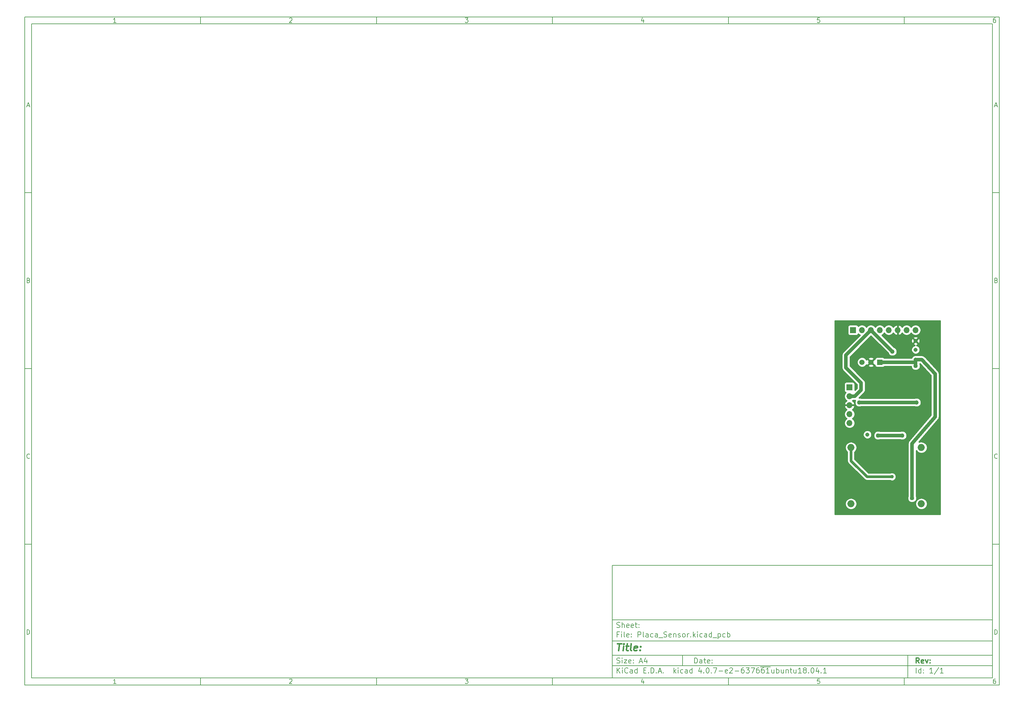
<source format=gbr>
G04 #@! TF.FileFunction,Copper,L2,Bot,Signal*
%FSLAX46Y46*%
G04 Gerber Fmt 4.6, Leading zero omitted, Abs format (unit mm)*
G04 Created by KiCad (PCBNEW 4.0.7-e2-6376~61~ubuntu18.04.1) date Wed Jul 10 20:30:17 2019*
%MOMM*%
%LPD*%
G01*
G04 APERTURE LIST*
%ADD10C,0.100000*%
%ADD11C,0.150000*%
%ADD12C,0.300000*%
%ADD13C,0.400000*%
%ADD14O,2.000000X2.000000*%
%ADD15C,1.520000*%
%ADD16R,1.520000X1.520000*%
%ADD17R,1.700000X1.700000*%
%ADD18O,1.700000X1.700000*%
%ADD19C,1.143000*%
%ADD20C,1.000000*%
%ADD21C,1.250000*%
%ADD22C,0.750000*%
%ADD23C,1.000000*%
G04 APERTURE END LIST*
D10*
D11*
X177002200Y-166007200D02*
X177002200Y-198007200D01*
X285002200Y-198007200D01*
X285002200Y-166007200D01*
X177002200Y-166007200D01*
D10*
D11*
X10000000Y-10000000D02*
X10000000Y-200007200D01*
X287002200Y-200007200D01*
X287002200Y-10000000D01*
X10000000Y-10000000D01*
D10*
D11*
X12000000Y-12000000D02*
X12000000Y-198007200D01*
X285002200Y-198007200D01*
X285002200Y-12000000D01*
X12000000Y-12000000D01*
D10*
D11*
X60000000Y-12000000D02*
X60000000Y-10000000D01*
D10*
D11*
X110000000Y-12000000D02*
X110000000Y-10000000D01*
D10*
D11*
X160000000Y-12000000D02*
X160000000Y-10000000D01*
D10*
D11*
X210000000Y-12000000D02*
X210000000Y-10000000D01*
D10*
D11*
X260000000Y-12000000D02*
X260000000Y-10000000D01*
D10*
D11*
X35990476Y-11588095D02*
X35247619Y-11588095D01*
X35619048Y-11588095D02*
X35619048Y-10288095D01*
X35495238Y-10473810D01*
X35371429Y-10597619D01*
X35247619Y-10659524D01*
D10*
D11*
X85247619Y-10411905D02*
X85309524Y-10350000D01*
X85433333Y-10288095D01*
X85742857Y-10288095D01*
X85866667Y-10350000D01*
X85928571Y-10411905D01*
X85990476Y-10535714D01*
X85990476Y-10659524D01*
X85928571Y-10845238D01*
X85185714Y-11588095D01*
X85990476Y-11588095D01*
D10*
D11*
X135185714Y-10288095D02*
X135990476Y-10288095D01*
X135557143Y-10783333D01*
X135742857Y-10783333D01*
X135866667Y-10845238D01*
X135928571Y-10907143D01*
X135990476Y-11030952D01*
X135990476Y-11340476D01*
X135928571Y-11464286D01*
X135866667Y-11526190D01*
X135742857Y-11588095D01*
X135371429Y-11588095D01*
X135247619Y-11526190D01*
X135185714Y-11464286D01*
D10*
D11*
X185866667Y-10721429D02*
X185866667Y-11588095D01*
X185557143Y-10226190D02*
X185247619Y-11154762D01*
X186052381Y-11154762D01*
D10*
D11*
X235928571Y-10288095D02*
X235309524Y-10288095D01*
X235247619Y-10907143D01*
X235309524Y-10845238D01*
X235433333Y-10783333D01*
X235742857Y-10783333D01*
X235866667Y-10845238D01*
X235928571Y-10907143D01*
X235990476Y-11030952D01*
X235990476Y-11340476D01*
X235928571Y-11464286D01*
X235866667Y-11526190D01*
X235742857Y-11588095D01*
X235433333Y-11588095D01*
X235309524Y-11526190D01*
X235247619Y-11464286D01*
D10*
D11*
X285866667Y-10288095D02*
X285619048Y-10288095D01*
X285495238Y-10350000D01*
X285433333Y-10411905D01*
X285309524Y-10597619D01*
X285247619Y-10845238D01*
X285247619Y-11340476D01*
X285309524Y-11464286D01*
X285371429Y-11526190D01*
X285495238Y-11588095D01*
X285742857Y-11588095D01*
X285866667Y-11526190D01*
X285928571Y-11464286D01*
X285990476Y-11340476D01*
X285990476Y-11030952D01*
X285928571Y-10907143D01*
X285866667Y-10845238D01*
X285742857Y-10783333D01*
X285495238Y-10783333D01*
X285371429Y-10845238D01*
X285309524Y-10907143D01*
X285247619Y-11030952D01*
D10*
D11*
X60000000Y-198007200D02*
X60000000Y-200007200D01*
D10*
D11*
X110000000Y-198007200D02*
X110000000Y-200007200D01*
D10*
D11*
X160000000Y-198007200D02*
X160000000Y-200007200D01*
D10*
D11*
X210000000Y-198007200D02*
X210000000Y-200007200D01*
D10*
D11*
X260000000Y-198007200D02*
X260000000Y-200007200D01*
D10*
D11*
X35990476Y-199595295D02*
X35247619Y-199595295D01*
X35619048Y-199595295D02*
X35619048Y-198295295D01*
X35495238Y-198481010D01*
X35371429Y-198604819D01*
X35247619Y-198666724D01*
D10*
D11*
X85247619Y-198419105D02*
X85309524Y-198357200D01*
X85433333Y-198295295D01*
X85742857Y-198295295D01*
X85866667Y-198357200D01*
X85928571Y-198419105D01*
X85990476Y-198542914D01*
X85990476Y-198666724D01*
X85928571Y-198852438D01*
X85185714Y-199595295D01*
X85990476Y-199595295D01*
D10*
D11*
X135185714Y-198295295D02*
X135990476Y-198295295D01*
X135557143Y-198790533D01*
X135742857Y-198790533D01*
X135866667Y-198852438D01*
X135928571Y-198914343D01*
X135990476Y-199038152D01*
X135990476Y-199347676D01*
X135928571Y-199471486D01*
X135866667Y-199533390D01*
X135742857Y-199595295D01*
X135371429Y-199595295D01*
X135247619Y-199533390D01*
X135185714Y-199471486D01*
D10*
D11*
X185866667Y-198728629D02*
X185866667Y-199595295D01*
X185557143Y-198233390D02*
X185247619Y-199161962D01*
X186052381Y-199161962D01*
D10*
D11*
X235928571Y-198295295D02*
X235309524Y-198295295D01*
X235247619Y-198914343D01*
X235309524Y-198852438D01*
X235433333Y-198790533D01*
X235742857Y-198790533D01*
X235866667Y-198852438D01*
X235928571Y-198914343D01*
X235990476Y-199038152D01*
X235990476Y-199347676D01*
X235928571Y-199471486D01*
X235866667Y-199533390D01*
X235742857Y-199595295D01*
X235433333Y-199595295D01*
X235309524Y-199533390D01*
X235247619Y-199471486D01*
D10*
D11*
X285866667Y-198295295D02*
X285619048Y-198295295D01*
X285495238Y-198357200D01*
X285433333Y-198419105D01*
X285309524Y-198604819D01*
X285247619Y-198852438D01*
X285247619Y-199347676D01*
X285309524Y-199471486D01*
X285371429Y-199533390D01*
X285495238Y-199595295D01*
X285742857Y-199595295D01*
X285866667Y-199533390D01*
X285928571Y-199471486D01*
X285990476Y-199347676D01*
X285990476Y-199038152D01*
X285928571Y-198914343D01*
X285866667Y-198852438D01*
X285742857Y-198790533D01*
X285495238Y-198790533D01*
X285371429Y-198852438D01*
X285309524Y-198914343D01*
X285247619Y-199038152D01*
D10*
D11*
X10000000Y-60000000D02*
X12000000Y-60000000D01*
D10*
D11*
X10000000Y-110000000D02*
X12000000Y-110000000D01*
D10*
D11*
X10000000Y-160000000D02*
X12000000Y-160000000D01*
D10*
D11*
X10690476Y-35216667D02*
X11309524Y-35216667D01*
X10566667Y-35588095D02*
X11000000Y-34288095D01*
X11433333Y-35588095D01*
D10*
D11*
X11092857Y-84907143D02*
X11278571Y-84969048D01*
X11340476Y-85030952D01*
X11402381Y-85154762D01*
X11402381Y-85340476D01*
X11340476Y-85464286D01*
X11278571Y-85526190D01*
X11154762Y-85588095D01*
X10659524Y-85588095D01*
X10659524Y-84288095D01*
X11092857Y-84288095D01*
X11216667Y-84350000D01*
X11278571Y-84411905D01*
X11340476Y-84535714D01*
X11340476Y-84659524D01*
X11278571Y-84783333D01*
X11216667Y-84845238D01*
X11092857Y-84907143D01*
X10659524Y-84907143D01*
D10*
D11*
X11402381Y-135464286D02*
X11340476Y-135526190D01*
X11154762Y-135588095D01*
X11030952Y-135588095D01*
X10845238Y-135526190D01*
X10721429Y-135402381D01*
X10659524Y-135278571D01*
X10597619Y-135030952D01*
X10597619Y-134845238D01*
X10659524Y-134597619D01*
X10721429Y-134473810D01*
X10845238Y-134350000D01*
X11030952Y-134288095D01*
X11154762Y-134288095D01*
X11340476Y-134350000D01*
X11402381Y-134411905D01*
D10*
D11*
X10659524Y-185588095D02*
X10659524Y-184288095D01*
X10969048Y-184288095D01*
X11154762Y-184350000D01*
X11278571Y-184473810D01*
X11340476Y-184597619D01*
X11402381Y-184845238D01*
X11402381Y-185030952D01*
X11340476Y-185278571D01*
X11278571Y-185402381D01*
X11154762Y-185526190D01*
X10969048Y-185588095D01*
X10659524Y-185588095D01*
D10*
D11*
X287002200Y-60000000D02*
X285002200Y-60000000D01*
D10*
D11*
X287002200Y-110000000D02*
X285002200Y-110000000D01*
D10*
D11*
X287002200Y-160000000D02*
X285002200Y-160000000D01*
D10*
D11*
X285692676Y-35216667D02*
X286311724Y-35216667D01*
X285568867Y-35588095D02*
X286002200Y-34288095D01*
X286435533Y-35588095D01*
D10*
D11*
X286095057Y-84907143D02*
X286280771Y-84969048D01*
X286342676Y-85030952D01*
X286404581Y-85154762D01*
X286404581Y-85340476D01*
X286342676Y-85464286D01*
X286280771Y-85526190D01*
X286156962Y-85588095D01*
X285661724Y-85588095D01*
X285661724Y-84288095D01*
X286095057Y-84288095D01*
X286218867Y-84350000D01*
X286280771Y-84411905D01*
X286342676Y-84535714D01*
X286342676Y-84659524D01*
X286280771Y-84783333D01*
X286218867Y-84845238D01*
X286095057Y-84907143D01*
X285661724Y-84907143D01*
D10*
D11*
X286404581Y-135464286D02*
X286342676Y-135526190D01*
X286156962Y-135588095D01*
X286033152Y-135588095D01*
X285847438Y-135526190D01*
X285723629Y-135402381D01*
X285661724Y-135278571D01*
X285599819Y-135030952D01*
X285599819Y-134845238D01*
X285661724Y-134597619D01*
X285723629Y-134473810D01*
X285847438Y-134350000D01*
X286033152Y-134288095D01*
X286156962Y-134288095D01*
X286342676Y-134350000D01*
X286404581Y-134411905D01*
D10*
D11*
X285661724Y-185588095D02*
X285661724Y-184288095D01*
X285971248Y-184288095D01*
X286156962Y-184350000D01*
X286280771Y-184473810D01*
X286342676Y-184597619D01*
X286404581Y-184845238D01*
X286404581Y-185030952D01*
X286342676Y-185278571D01*
X286280771Y-185402381D01*
X286156962Y-185526190D01*
X285971248Y-185588095D01*
X285661724Y-185588095D01*
D10*
D11*
X200359343Y-193785771D02*
X200359343Y-192285771D01*
X200716486Y-192285771D01*
X200930771Y-192357200D01*
X201073629Y-192500057D01*
X201145057Y-192642914D01*
X201216486Y-192928629D01*
X201216486Y-193142914D01*
X201145057Y-193428629D01*
X201073629Y-193571486D01*
X200930771Y-193714343D01*
X200716486Y-193785771D01*
X200359343Y-193785771D01*
X202502200Y-193785771D02*
X202502200Y-193000057D01*
X202430771Y-192857200D01*
X202287914Y-192785771D01*
X202002200Y-192785771D01*
X201859343Y-192857200D01*
X202502200Y-193714343D02*
X202359343Y-193785771D01*
X202002200Y-193785771D01*
X201859343Y-193714343D01*
X201787914Y-193571486D01*
X201787914Y-193428629D01*
X201859343Y-193285771D01*
X202002200Y-193214343D01*
X202359343Y-193214343D01*
X202502200Y-193142914D01*
X203002200Y-192785771D02*
X203573629Y-192785771D01*
X203216486Y-192285771D02*
X203216486Y-193571486D01*
X203287914Y-193714343D01*
X203430772Y-193785771D01*
X203573629Y-193785771D01*
X204645057Y-193714343D02*
X204502200Y-193785771D01*
X204216486Y-193785771D01*
X204073629Y-193714343D01*
X204002200Y-193571486D01*
X204002200Y-193000057D01*
X204073629Y-192857200D01*
X204216486Y-192785771D01*
X204502200Y-192785771D01*
X204645057Y-192857200D01*
X204716486Y-193000057D01*
X204716486Y-193142914D01*
X204002200Y-193285771D01*
X205359343Y-193642914D02*
X205430771Y-193714343D01*
X205359343Y-193785771D01*
X205287914Y-193714343D01*
X205359343Y-193642914D01*
X205359343Y-193785771D01*
X205359343Y-192857200D02*
X205430771Y-192928629D01*
X205359343Y-193000057D01*
X205287914Y-192928629D01*
X205359343Y-192857200D01*
X205359343Y-193000057D01*
D10*
D11*
X177002200Y-194507200D02*
X285002200Y-194507200D01*
D10*
D11*
X178359343Y-196585771D02*
X178359343Y-195085771D01*
X179216486Y-196585771D02*
X178573629Y-195728629D01*
X179216486Y-195085771D02*
X178359343Y-195942914D01*
X179859343Y-196585771D02*
X179859343Y-195585771D01*
X179859343Y-195085771D02*
X179787914Y-195157200D01*
X179859343Y-195228629D01*
X179930771Y-195157200D01*
X179859343Y-195085771D01*
X179859343Y-195228629D01*
X181430772Y-196442914D02*
X181359343Y-196514343D01*
X181145057Y-196585771D01*
X181002200Y-196585771D01*
X180787915Y-196514343D01*
X180645057Y-196371486D01*
X180573629Y-196228629D01*
X180502200Y-195942914D01*
X180502200Y-195728629D01*
X180573629Y-195442914D01*
X180645057Y-195300057D01*
X180787915Y-195157200D01*
X181002200Y-195085771D01*
X181145057Y-195085771D01*
X181359343Y-195157200D01*
X181430772Y-195228629D01*
X182716486Y-196585771D02*
X182716486Y-195800057D01*
X182645057Y-195657200D01*
X182502200Y-195585771D01*
X182216486Y-195585771D01*
X182073629Y-195657200D01*
X182716486Y-196514343D02*
X182573629Y-196585771D01*
X182216486Y-196585771D01*
X182073629Y-196514343D01*
X182002200Y-196371486D01*
X182002200Y-196228629D01*
X182073629Y-196085771D01*
X182216486Y-196014343D01*
X182573629Y-196014343D01*
X182716486Y-195942914D01*
X184073629Y-196585771D02*
X184073629Y-195085771D01*
X184073629Y-196514343D02*
X183930772Y-196585771D01*
X183645058Y-196585771D01*
X183502200Y-196514343D01*
X183430772Y-196442914D01*
X183359343Y-196300057D01*
X183359343Y-195871486D01*
X183430772Y-195728629D01*
X183502200Y-195657200D01*
X183645058Y-195585771D01*
X183930772Y-195585771D01*
X184073629Y-195657200D01*
X185930772Y-195800057D02*
X186430772Y-195800057D01*
X186645058Y-196585771D02*
X185930772Y-196585771D01*
X185930772Y-195085771D01*
X186645058Y-195085771D01*
X187287915Y-196442914D02*
X187359343Y-196514343D01*
X187287915Y-196585771D01*
X187216486Y-196514343D01*
X187287915Y-196442914D01*
X187287915Y-196585771D01*
X188002201Y-196585771D02*
X188002201Y-195085771D01*
X188359344Y-195085771D01*
X188573629Y-195157200D01*
X188716487Y-195300057D01*
X188787915Y-195442914D01*
X188859344Y-195728629D01*
X188859344Y-195942914D01*
X188787915Y-196228629D01*
X188716487Y-196371486D01*
X188573629Y-196514343D01*
X188359344Y-196585771D01*
X188002201Y-196585771D01*
X189502201Y-196442914D02*
X189573629Y-196514343D01*
X189502201Y-196585771D01*
X189430772Y-196514343D01*
X189502201Y-196442914D01*
X189502201Y-196585771D01*
X190145058Y-196157200D02*
X190859344Y-196157200D01*
X190002201Y-196585771D02*
X190502201Y-195085771D01*
X191002201Y-196585771D01*
X191502201Y-196442914D02*
X191573629Y-196514343D01*
X191502201Y-196585771D01*
X191430772Y-196514343D01*
X191502201Y-196442914D01*
X191502201Y-196585771D01*
X194502201Y-196585771D02*
X194502201Y-195085771D01*
X194645058Y-196014343D02*
X195073629Y-196585771D01*
X195073629Y-195585771D02*
X194502201Y-196157200D01*
X195716487Y-196585771D02*
X195716487Y-195585771D01*
X195716487Y-195085771D02*
X195645058Y-195157200D01*
X195716487Y-195228629D01*
X195787915Y-195157200D01*
X195716487Y-195085771D01*
X195716487Y-195228629D01*
X197073630Y-196514343D02*
X196930773Y-196585771D01*
X196645059Y-196585771D01*
X196502201Y-196514343D01*
X196430773Y-196442914D01*
X196359344Y-196300057D01*
X196359344Y-195871486D01*
X196430773Y-195728629D01*
X196502201Y-195657200D01*
X196645059Y-195585771D01*
X196930773Y-195585771D01*
X197073630Y-195657200D01*
X198359344Y-196585771D02*
X198359344Y-195800057D01*
X198287915Y-195657200D01*
X198145058Y-195585771D01*
X197859344Y-195585771D01*
X197716487Y-195657200D01*
X198359344Y-196514343D02*
X198216487Y-196585771D01*
X197859344Y-196585771D01*
X197716487Y-196514343D01*
X197645058Y-196371486D01*
X197645058Y-196228629D01*
X197716487Y-196085771D01*
X197859344Y-196014343D01*
X198216487Y-196014343D01*
X198359344Y-195942914D01*
X199716487Y-196585771D02*
X199716487Y-195085771D01*
X199716487Y-196514343D02*
X199573630Y-196585771D01*
X199287916Y-196585771D01*
X199145058Y-196514343D01*
X199073630Y-196442914D01*
X199002201Y-196300057D01*
X199002201Y-195871486D01*
X199073630Y-195728629D01*
X199145058Y-195657200D01*
X199287916Y-195585771D01*
X199573630Y-195585771D01*
X199716487Y-195657200D01*
X202216487Y-195585771D02*
X202216487Y-196585771D01*
X201859344Y-195014343D02*
X201502201Y-196085771D01*
X202430773Y-196085771D01*
X203002201Y-196442914D02*
X203073629Y-196514343D01*
X203002201Y-196585771D01*
X202930772Y-196514343D01*
X203002201Y-196442914D01*
X203002201Y-196585771D01*
X204002201Y-195085771D02*
X204145058Y-195085771D01*
X204287915Y-195157200D01*
X204359344Y-195228629D01*
X204430773Y-195371486D01*
X204502201Y-195657200D01*
X204502201Y-196014343D01*
X204430773Y-196300057D01*
X204359344Y-196442914D01*
X204287915Y-196514343D01*
X204145058Y-196585771D01*
X204002201Y-196585771D01*
X203859344Y-196514343D01*
X203787915Y-196442914D01*
X203716487Y-196300057D01*
X203645058Y-196014343D01*
X203645058Y-195657200D01*
X203716487Y-195371486D01*
X203787915Y-195228629D01*
X203859344Y-195157200D01*
X204002201Y-195085771D01*
X205145058Y-196442914D02*
X205216486Y-196514343D01*
X205145058Y-196585771D01*
X205073629Y-196514343D01*
X205145058Y-196442914D01*
X205145058Y-196585771D01*
X205716487Y-195085771D02*
X206716487Y-195085771D01*
X206073630Y-196585771D01*
X207287915Y-196014343D02*
X208430772Y-196014343D01*
X209716486Y-196514343D02*
X209573629Y-196585771D01*
X209287915Y-196585771D01*
X209145058Y-196514343D01*
X209073629Y-196371486D01*
X209073629Y-195800057D01*
X209145058Y-195657200D01*
X209287915Y-195585771D01*
X209573629Y-195585771D01*
X209716486Y-195657200D01*
X209787915Y-195800057D01*
X209787915Y-195942914D01*
X209073629Y-196085771D01*
X210359343Y-195228629D02*
X210430772Y-195157200D01*
X210573629Y-195085771D01*
X210930772Y-195085771D01*
X211073629Y-195157200D01*
X211145058Y-195228629D01*
X211216486Y-195371486D01*
X211216486Y-195514343D01*
X211145058Y-195728629D01*
X210287915Y-196585771D01*
X211216486Y-196585771D01*
X211859343Y-196014343D02*
X213002200Y-196014343D01*
X214359343Y-195085771D02*
X214073629Y-195085771D01*
X213930772Y-195157200D01*
X213859343Y-195228629D01*
X213716486Y-195442914D01*
X213645057Y-195728629D01*
X213645057Y-196300057D01*
X213716486Y-196442914D01*
X213787914Y-196514343D01*
X213930772Y-196585771D01*
X214216486Y-196585771D01*
X214359343Y-196514343D01*
X214430772Y-196442914D01*
X214502200Y-196300057D01*
X214502200Y-195942914D01*
X214430772Y-195800057D01*
X214359343Y-195728629D01*
X214216486Y-195657200D01*
X213930772Y-195657200D01*
X213787914Y-195728629D01*
X213716486Y-195800057D01*
X213645057Y-195942914D01*
X215002200Y-195085771D02*
X215930771Y-195085771D01*
X215430771Y-195657200D01*
X215645057Y-195657200D01*
X215787914Y-195728629D01*
X215859343Y-195800057D01*
X215930771Y-195942914D01*
X215930771Y-196300057D01*
X215859343Y-196442914D01*
X215787914Y-196514343D01*
X215645057Y-196585771D01*
X215216485Y-196585771D01*
X215073628Y-196514343D01*
X215002200Y-196442914D01*
X216430771Y-195085771D02*
X217430771Y-195085771D01*
X216787914Y-196585771D01*
X218645056Y-195085771D02*
X218359342Y-195085771D01*
X218216485Y-195157200D01*
X218145056Y-195228629D01*
X218002199Y-195442914D01*
X217930770Y-195728629D01*
X217930770Y-196300057D01*
X218002199Y-196442914D01*
X218073627Y-196514343D01*
X218216485Y-196585771D01*
X218502199Y-196585771D01*
X218645056Y-196514343D01*
X218716485Y-196442914D01*
X218787913Y-196300057D01*
X218787913Y-195942914D01*
X218716485Y-195800057D01*
X218645056Y-195728629D01*
X218502199Y-195657200D01*
X218216485Y-195657200D01*
X218073627Y-195728629D01*
X218002199Y-195800057D01*
X217930770Y-195942914D01*
X220073627Y-195085771D02*
X219787913Y-195085771D01*
X219645056Y-195157200D01*
X219573627Y-195228629D01*
X219430770Y-195442914D01*
X219359341Y-195728629D01*
X219359341Y-196300057D01*
X219430770Y-196442914D01*
X219502198Y-196514343D01*
X219645056Y-196585771D01*
X219930770Y-196585771D01*
X220073627Y-196514343D01*
X220145056Y-196442914D01*
X220216484Y-196300057D01*
X220216484Y-195942914D01*
X220145056Y-195800057D01*
X220073627Y-195728629D01*
X219930770Y-195657200D01*
X219645056Y-195657200D01*
X219502198Y-195728629D01*
X219430770Y-195800057D01*
X219359341Y-195942914D01*
X221645055Y-196585771D02*
X220787912Y-196585771D01*
X221216484Y-196585771D02*
X221216484Y-195085771D01*
X221073627Y-195300057D01*
X220930769Y-195442914D01*
X220787912Y-195514343D01*
X219073627Y-194827200D02*
X221930769Y-194827200D01*
X222930769Y-195585771D02*
X222930769Y-196585771D01*
X222287912Y-195585771D02*
X222287912Y-196371486D01*
X222359340Y-196514343D01*
X222502198Y-196585771D01*
X222716483Y-196585771D01*
X222859340Y-196514343D01*
X222930769Y-196442914D01*
X223645055Y-196585771D02*
X223645055Y-195085771D01*
X223645055Y-195657200D02*
X223787912Y-195585771D01*
X224073626Y-195585771D01*
X224216483Y-195657200D01*
X224287912Y-195728629D01*
X224359341Y-195871486D01*
X224359341Y-196300057D01*
X224287912Y-196442914D01*
X224216483Y-196514343D01*
X224073626Y-196585771D01*
X223787912Y-196585771D01*
X223645055Y-196514343D01*
X225645055Y-195585771D02*
X225645055Y-196585771D01*
X225002198Y-195585771D02*
X225002198Y-196371486D01*
X225073626Y-196514343D01*
X225216484Y-196585771D01*
X225430769Y-196585771D01*
X225573626Y-196514343D01*
X225645055Y-196442914D01*
X226359341Y-195585771D02*
X226359341Y-196585771D01*
X226359341Y-195728629D02*
X226430769Y-195657200D01*
X226573627Y-195585771D01*
X226787912Y-195585771D01*
X226930769Y-195657200D01*
X227002198Y-195800057D01*
X227002198Y-196585771D01*
X227502198Y-195585771D02*
X228073627Y-195585771D01*
X227716484Y-195085771D02*
X227716484Y-196371486D01*
X227787912Y-196514343D01*
X227930770Y-196585771D01*
X228073627Y-196585771D01*
X229216484Y-195585771D02*
X229216484Y-196585771D01*
X228573627Y-195585771D02*
X228573627Y-196371486D01*
X228645055Y-196514343D01*
X228787913Y-196585771D01*
X229002198Y-196585771D01*
X229145055Y-196514343D01*
X229216484Y-196442914D01*
X230716484Y-196585771D02*
X229859341Y-196585771D01*
X230287913Y-196585771D02*
X230287913Y-195085771D01*
X230145056Y-195300057D01*
X230002198Y-195442914D01*
X229859341Y-195514343D01*
X231573627Y-195728629D02*
X231430769Y-195657200D01*
X231359341Y-195585771D01*
X231287912Y-195442914D01*
X231287912Y-195371486D01*
X231359341Y-195228629D01*
X231430769Y-195157200D01*
X231573627Y-195085771D01*
X231859341Y-195085771D01*
X232002198Y-195157200D01*
X232073627Y-195228629D01*
X232145055Y-195371486D01*
X232145055Y-195442914D01*
X232073627Y-195585771D01*
X232002198Y-195657200D01*
X231859341Y-195728629D01*
X231573627Y-195728629D01*
X231430769Y-195800057D01*
X231359341Y-195871486D01*
X231287912Y-196014343D01*
X231287912Y-196300057D01*
X231359341Y-196442914D01*
X231430769Y-196514343D01*
X231573627Y-196585771D01*
X231859341Y-196585771D01*
X232002198Y-196514343D01*
X232073627Y-196442914D01*
X232145055Y-196300057D01*
X232145055Y-196014343D01*
X232073627Y-195871486D01*
X232002198Y-195800057D01*
X231859341Y-195728629D01*
X232787912Y-196442914D02*
X232859340Y-196514343D01*
X232787912Y-196585771D01*
X232716483Y-196514343D01*
X232787912Y-196442914D01*
X232787912Y-196585771D01*
X233787912Y-195085771D02*
X233930769Y-195085771D01*
X234073626Y-195157200D01*
X234145055Y-195228629D01*
X234216484Y-195371486D01*
X234287912Y-195657200D01*
X234287912Y-196014343D01*
X234216484Y-196300057D01*
X234145055Y-196442914D01*
X234073626Y-196514343D01*
X233930769Y-196585771D01*
X233787912Y-196585771D01*
X233645055Y-196514343D01*
X233573626Y-196442914D01*
X233502198Y-196300057D01*
X233430769Y-196014343D01*
X233430769Y-195657200D01*
X233502198Y-195371486D01*
X233573626Y-195228629D01*
X233645055Y-195157200D01*
X233787912Y-195085771D01*
X235573626Y-195585771D02*
X235573626Y-196585771D01*
X235216483Y-195014343D02*
X234859340Y-196085771D01*
X235787912Y-196085771D01*
X236359340Y-196442914D02*
X236430768Y-196514343D01*
X236359340Y-196585771D01*
X236287911Y-196514343D01*
X236359340Y-196442914D01*
X236359340Y-196585771D01*
X237859340Y-196585771D02*
X237002197Y-196585771D01*
X237430769Y-196585771D02*
X237430769Y-195085771D01*
X237287912Y-195300057D01*
X237145054Y-195442914D01*
X237002197Y-195514343D01*
D10*
D11*
X177002200Y-191507200D02*
X285002200Y-191507200D01*
D10*
D12*
X264216486Y-193785771D02*
X263716486Y-193071486D01*
X263359343Y-193785771D02*
X263359343Y-192285771D01*
X263930771Y-192285771D01*
X264073629Y-192357200D01*
X264145057Y-192428629D01*
X264216486Y-192571486D01*
X264216486Y-192785771D01*
X264145057Y-192928629D01*
X264073629Y-193000057D01*
X263930771Y-193071486D01*
X263359343Y-193071486D01*
X265430771Y-193714343D02*
X265287914Y-193785771D01*
X265002200Y-193785771D01*
X264859343Y-193714343D01*
X264787914Y-193571486D01*
X264787914Y-193000057D01*
X264859343Y-192857200D01*
X265002200Y-192785771D01*
X265287914Y-192785771D01*
X265430771Y-192857200D01*
X265502200Y-193000057D01*
X265502200Y-193142914D01*
X264787914Y-193285771D01*
X266002200Y-192785771D02*
X266359343Y-193785771D01*
X266716485Y-192785771D01*
X267287914Y-193642914D02*
X267359342Y-193714343D01*
X267287914Y-193785771D01*
X267216485Y-193714343D01*
X267287914Y-193642914D01*
X267287914Y-193785771D01*
X267287914Y-192857200D02*
X267359342Y-192928629D01*
X267287914Y-193000057D01*
X267216485Y-192928629D01*
X267287914Y-192857200D01*
X267287914Y-193000057D01*
D10*
D11*
X178287914Y-193714343D02*
X178502200Y-193785771D01*
X178859343Y-193785771D01*
X179002200Y-193714343D01*
X179073629Y-193642914D01*
X179145057Y-193500057D01*
X179145057Y-193357200D01*
X179073629Y-193214343D01*
X179002200Y-193142914D01*
X178859343Y-193071486D01*
X178573629Y-193000057D01*
X178430771Y-192928629D01*
X178359343Y-192857200D01*
X178287914Y-192714343D01*
X178287914Y-192571486D01*
X178359343Y-192428629D01*
X178430771Y-192357200D01*
X178573629Y-192285771D01*
X178930771Y-192285771D01*
X179145057Y-192357200D01*
X179787914Y-193785771D02*
X179787914Y-192785771D01*
X179787914Y-192285771D02*
X179716485Y-192357200D01*
X179787914Y-192428629D01*
X179859342Y-192357200D01*
X179787914Y-192285771D01*
X179787914Y-192428629D01*
X180359343Y-192785771D02*
X181145057Y-192785771D01*
X180359343Y-193785771D01*
X181145057Y-193785771D01*
X182287914Y-193714343D02*
X182145057Y-193785771D01*
X181859343Y-193785771D01*
X181716486Y-193714343D01*
X181645057Y-193571486D01*
X181645057Y-193000057D01*
X181716486Y-192857200D01*
X181859343Y-192785771D01*
X182145057Y-192785771D01*
X182287914Y-192857200D01*
X182359343Y-193000057D01*
X182359343Y-193142914D01*
X181645057Y-193285771D01*
X183002200Y-193642914D02*
X183073628Y-193714343D01*
X183002200Y-193785771D01*
X182930771Y-193714343D01*
X183002200Y-193642914D01*
X183002200Y-193785771D01*
X183002200Y-192857200D02*
X183073628Y-192928629D01*
X183002200Y-193000057D01*
X182930771Y-192928629D01*
X183002200Y-192857200D01*
X183002200Y-193000057D01*
X184787914Y-193357200D02*
X185502200Y-193357200D01*
X184645057Y-193785771D02*
X185145057Y-192285771D01*
X185645057Y-193785771D01*
X186787914Y-192785771D02*
X186787914Y-193785771D01*
X186430771Y-192214343D02*
X186073628Y-193285771D01*
X187002200Y-193285771D01*
D10*
D11*
X263359343Y-196585771D02*
X263359343Y-195085771D01*
X264716486Y-196585771D02*
X264716486Y-195085771D01*
X264716486Y-196514343D02*
X264573629Y-196585771D01*
X264287915Y-196585771D01*
X264145057Y-196514343D01*
X264073629Y-196442914D01*
X264002200Y-196300057D01*
X264002200Y-195871486D01*
X264073629Y-195728629D01*
X264145057Y-195657200D01*
X264287915Y-195585771D01*
X264573629Y-195585771D01*
X264716486Y-195657200D01*
X265430772Y-196442914D02*
X265502200Y-196514343D01*
X265430772Y-196585771D01*
X265359343Y-196514343D01*
X265430772Y-196442914D01*
X265430772Y-196585771D01*
X265430772Y-195657200D02*
X265502200Y-195728629D01*
X265430772Y-195800057D01*
X265359343Y-195728629D01*
X265430772Y-195657200D01*
X265430772Y-195800057D01*
X268073629Y-196585771D02*
X267216486Y-196585771D01*
X267645058Y-196585771D02*
X267645058Y-195085771D01*
X267502201Y-195300057D01*
X267359343Y-195442914D01*
X267216486Y-195514343D01*
X269787914Y-195014343D02*
X268502200Y-196942914D01*
X271073629Y-196585771D02*
X270216486Y-196585771D01*
X270645058Y-196585771D02*
X270645058Y-195085771D01*
X270502201Y-195300057D01*
X270359343Y-195442914D01*
X270216486Y-195514343D01*
D10*
D11*
X177002200Y-187507200D02*
X285002200Y-187507200D01*
D10*
D13*
X178454581Y-188211962D02*
X179597438Y-188211962D01*
X178776010Y-190211962D02*
X179026010Y-188211962D01*
X180014105Y-190211962D02*
X180180771Y-188878629D01*
X180264105Y-188211962D02*
X180156962Y-188307200D01*
X180240295Y-188402438D01*
X180347439Y-188307200D01*
X180264105Y-188211962D01*
X180240295Y-188402438D01*
X180847438Y-188878629D02*
X181609343Y-188878629D01*
X181216486Y-188211962D02*
X181002200Y-189926248D01*
X181073630Y-190116724D01*
X181252201Y-190211962D01*
X181442677Y-190211962D01*
X182395058Y-190211962D02*
X182216487Y-190116724D01*
X182145057Y-189926248D01*
X182359343Y-188211962D01*
X183930772Y-190116724D02*
X183728391Y-190211962D01*
X183347439Y-190211962D01*
X183168867Y-190116724D01*
X183097438Y-189926248D01*
X183192676Y-189164343D01*
X183311724Y-188973867D01*
X183514105Y-188878629D01*
X183895057Y-188878629D01*
X184073629Y-188973867D01*
X184145057Y-189164343D01*
X184121248Y-189354819D01*
X183145057Y-189545295D01*
X184895057Y-190021486D02*
X184978392Y-190116724D01*
X184871248Y-190211962D01*
X184787915Y-190116724D01*
X184895057Y-190021486D01*
X184871248Y-190211962D01*
X185026010Y-188973867D02*
X185109344Y-189069105D01*
X185002200Y-189164343D01*
X184918867Y-189069105D01*
X185026010Y-188973867D01*
X185002200Y-189164343D01*
D10*
D11*
X178859343Y-185600057D02*
X178359343Y-185600057D01*
X178359343Y-186385771D02*
X178359343Y-184885771D01*
X179073629Y-184885771D01*
X179645057Y-186385771D02*
X179645057Y-185385771D01*
X179645057Y-184885771D02*
X179573628Y-184957200D01*
X179645057Y-185028629D01*
X179716485Y-184957200D01*
X179645057Y-184885771D01*
X179645057Y-185028629D01*
X180573629Y-186385771D02*
X180430771Y-186314343D01*
X180359343Y-186171486D01*
X180359343Y-184885771D01*
X181716485Y-186314343D02*
X181573628Y-186385771D01*
X181287914Y-186385771D01*
X181145057Y-186314343D01*
X181073628Y-186171486D01*
X181073628Y-185600057D01*
X181145057Y-185457200D01*
X181287914Y-185385771D01*
X181573628Y-185385771D01*
X181716485Y-185457200D01*
X181787914Y-185600057D01*
X181787914Y-185742914D01*
X181073628Y-185885771D01*
X182430771Y-186242914D02*
X182502199Y-186314343D01*
X182430771Y-186385771D01*
X182359342Y-186314343D01*
X182430771Y-186242914D01*
X182430771Y-186385771D01*
X182430771Y-185457200D02*
X182502199Y-185528629D01*
X182430771Y-185600057D01*
X182359342Y-185528629D01*
X182430771Y-185457200D01*
X182430771Y-185600057D01*
X184287914Y-186385771D02*
X184287914Y-184885771D01*
X184859342Y-184885771D01*
X185002200Y-184957200D01*
X185073628Y-185028629D01*
X185145057Y-185171486D01*
X185145057Y-185385771D01*
X185073628Y-185528629D01*
X185002200Y-185600057D01*
X184859342Y-185671486D01*
X184287914Y-185671486D01*
X186002200Y-186385771D02*
X185859342Y-186314343D01*
X185787914Y-186171486D01*
X185787914Y-184885771D01*
X187216485Y-186385771D02*
X187216485Y-185600057D01*
X187145056Y-185457200D01*
X187002199Y-185385771D01*
X186716485Y-185385771D01*
X186573628Y-185457200D01*
X187216485Y-186314343D02*
X187073628Y-186385771D01*
X186716485Y-186385771D01*
X186573628Y-186314343D01*
X186502199Y-186171486D01*
X186502199Y-186028629D01*
X186573628Y-185885771D01*
X186716485Y-185814343D01*
X187073628Y-185814343D01*
X187216485Y-185742914D01*
X188573628Y-186314343D02*
X188430771Y-186385771D01*
X188145057Y-186385771D01*
X188002199Y-186314343D01*
X187930771Y-186242914D01*
X187859342Y-186100057D01*
X187859342Y-185671486D01*
X187930771Y-185528629D01*
X188002199Y-185457200D01*
X188145057Y-185385771D01*
X188430771Y-185385771D01*
X188573628Y-185457200D01*
X189859342Y-186385771D02*
X189859342Y-185600057D01*
X189787913Y-185457200D01*
X189645056Y-185385771D01*
X189359342Y-185385771D01*
X189216485Y-185457200D01*
X189859342Y-186314343D02*
X189716485Y-186385771D01*
X189359342Y-186385771D01*
X189216485Y-186314343D01*
X189145056Y-186171486D01*
X189145056Y-186028629D01*
X189216485Y-185885771D01*
X189359342Y-185814343D01*
X189716485Y-185814343D01*
X189859342Y-185742914D01*
X190216485Y-186528629D02*
X191359342Y-186528629D01*
X191645056Y-186314343D02*
X191859342Y-186385771D01*
X192216485Y-186385771D01*
X192359342Y-186314343D01*
X192430771Y-186242914D01*
X192502199Y-186100057D01*
X192502199Y-185957200D01*
X192430771Y-185814343D01*
X192359342Y-185742914D01*
X192216485Y-185671486D01*
X191930771Y-185600057D01*
X191787913Y-185528629D01*
X191716485Y-185457200D01*
X191645056Y-185314343D01*
X191645056Y-185171486D01*
X191716485Y-185028629D01*
X191787913Y-184957200D01*
X191930771Y-184885771D01*
X192287913Y-184885771D01*
X192502199Y-184957200D01*
X193716484Y-186314343D02*
X193573627Y-186385771D01*
X193287913Y-186385771D01*
X193145056Y-186314343D01*
X193073627Y-186171486D01*
X193073627Y-185600057D01*
X193145056Y-185457200D01*
X193287913Y-185385771D01*
X193573627Y-185385771D01*
X193716484Y-185457200D01*
X193787913Y-185600057D01*
X193787913Y-185742914D01*
X193073627Y-185885771D01*
X194430770Y-185385771D02*
X194430770Y-186385771D01*
X194430770Y-185528629D02*
X194502198Y-185457200D01*
X194645056Y-185385771D01*
X194859341Y-185385771D01*
X195002198Y-185457200D01*
X195073627Y-185600057D01*
X195073627Y-186385771D01*
X195716484Y-186314343D02*
X195859341Y-186385771D01*
X196145056Y-186385771D01*
X196287913Y-186314343D01*
X196359341Y-186171486D01*
X196359341Y-186100057D01*
X196287913Y-185957200D01*
X196145056Y-185885771D01*
X195930770Y-185885771D01*
X195787913Y-185814343D01*
X195716484Y-185671486D01*
X195716484Y-185600057D01*
X195787913Y-185457200D01*
X195930770Y-185385771D01*
X196145056Y-185385771D01*
X196287913Y-185457200D01*
X197216485Y-186385771D02*
X197073627Y-186314343D01*
X197002199Y-186242914D01*
X196930770Y-186100057D01*
X196930770Y-185671486D01*
X197002199Y-185528629D01*
X197073627Y-185457200D01*
X197216485Y-185385771D01*
X197430770Y-185385771D01*
X197573627Y-185457200D01*
X197645056Y-185528629D01*
X197716485Y-185671486D01*
X197716485Y-186100057D01*
X197645056Y-186242914D01*
X197573627Y-186314343D01*
X197430770Y-186385771D01*
X197216485Y-186385771D01*
X198359342Y-186385771D02*
X198359342Y-185385771D01*
X198359342Y-185671486D02*
X198430770Y-185528629D01*
X198502199Y-185457200D01*
X198645056Y-185385771D01*
X198787913Y-185385771D01*
X199287913Y-186242914D02*
X199359341Y-186314343D01*
X199287913Y-186385771D01*
X199216484Y-186314343D01*
X199287913Y-186242914D01*
X199287913Y-186385771D01*
X200002199Y-186385771D02*
X200002199Y-184885771D01*
X200145056Y-185814343D02*
X200573627Y-186385771D01*
X200573627Y-185385771D02*
X200002199Y-185957200D01*
X201216485Y-186385771D02*
X201216485Y-185385771D01*
X201216485Y-184885771D02*
X201145056Y-184957200D01*
X201216485Y-185028629D01*
X201287913Y-184957200D01*
X201216485Y-184885771D01*
X201216485Y-185028629D01*
X202573628Y-186314343D02*
X202430771Y-186385771D01*
X202145057Y-186385771D01*
X202002199Y-186314343D01*
X201930771Y-186242914D01*
X201859342Y-186100057D01*
X201859342Y-185671486D01*
X201930771Y-185528629D01*
X202002199Y-185457200D01*
X202145057Y-185385771D01*
X202430771Y-185385771D01*
X202573628Y-185457200D01*
X203859342Y-186385771D02*
X203859342Y-185600057D01*
X203787913Y-185457200D01*
X203645056Y-185385771D01*
X203359342Y-185385771D01*
X203216485Y-185457200D01*
X203859342Y-186314343D02*
X203716485Y-186385771D01*
X203359342Y-186385771D01*
X203216485Y-186314343D01*
X203145056Y-186171486D01*
X203145056Y-186028629D01*
X203216485Y-185885771D01*
X203359342Y-185814343D01*
X203716485Y-185814343D01*
X203859342Y-185742914D01*
X205216485Y-186385771D02*
X205216485Y-184885771D01*
X205216485Y-186314343D02*
X205073628Y-186385771D01*
X204787914Y-186385771D01*
X204645056Y-186314343D01*
X204573628Y-186242914D01*
X204502199Y-186100057D01*
X204502199Y-185671486D01*
X204573628Y-185528629D01*
X204645056Y-185457200D01*
X204787914Y-185385771D01*
X205073628Y-185385771D01*
X205216485Y-185457200D01*
X205573628Y-186528629D02*
X206716485Y-186528629D01*
X207073628Y-185385771D02*
X207073628Y-186885771D01*
X207073628Y-185457200D02*
X207216485Y-185385771D01*
X207502199Y-185385771D01*
X207645056Y-185457200D01*
X207716485Y-185528629D01*
X207787914Y-185671486D01*
X207787914Y-186100057D01*
X207716485Y-186242914D01*
X207645056Y-186314343D01*
X207502199Y-186385771D01*
X207216485Y-186385771D01*
X207073628Y-186314343D01*
X209073628Y-186314343D02*
X208930771Y-186385771D01*
X208645057Y-186385771D01*
X208502199Y-186314343D01*
X208430771Y-186242914D01*
X208359342Y-186100057D01*
X208359342Y-185671486D01*
X208430771Y-185528629D01*
X208502199Y-185457200D01*
X208645057Y-185385771D01*
X208930771Y-185385771D01*
X209073628Y-185457200D01*
X209716485Y-186385771D02*
X209716485Y-184885771D01*
X209716485Y-185457200D02*
X209859342Y-185385771D01*
X210145056Y-185385771D01*
X210287913Y-185457200D01*
X210359342Y-185528629D01*
X210430771Y-185671486D01*
X210430771Y-186100057D01*
X210359342Y-186242914D01*
X210287913Y-186314343D01*
X210145056Y-186385771D01*
X209859342Y-186385771D01*
X209716485Y-186314343D01*
D10*
D11*
X177002200Y-181507200D02*
X285002200Y-181507200D01*
D10*
D11*
X178287914Y-183614343D02*
X178502200Y-183685771D01*
X178859343Y-183685771D01*
X179002200Y-183614343D01*
X179073629Y-183542914D01*
X179145057Y-183400057D01*
X179145057Y-183257200D01*
X179073629Y-183114343D01*
X179002200Y-183042914D01*
X178859343Y-182971486D01*
X178573629Y-182900057D01*
X178430771Y-182828629D01*
X178359343Y-182757200D01*
X178287914Y-182614343D01*
X178287914Y-182471486D01*
X178359343Y-182328629D01*
X178430771Y-182257200D01*
X178573629Y-182185771D01*
X178930771Y-182185771D01*
X179145057Y-182257200D01*
X179787914Y-183685771D02*
X179787914Y-182185771D01*
X180430771Y-183685771D02*
X180430771Y-182900057D01*
X180359342Y-182757200D01*
X180216485Y-182685771D01*
X180002200Y-182685771D01*
X179859342Y-182757200D01*
X179787914Y-182828629D01*
X181716485Y-183614343D02*
X181573628Y-183685771D01*
X181287914Y-183685771D01*
X181145057Y-183614343D01*
X181073628Y-183471486D01*
X181073628Y-182900057D01*
X181145057Y-182757200D01*
X181287914Y-182685771D01*
X181573628Y-182685771D01*
X181716485Y-182757200D01*
X181787914Y-182900057D01*
X181787914Y-183042914D01*
X181073628Y-183185771D01*
X183002199Y-183614343D02*
X182859342Y-183685771D01*
X182573628Y-183685771D01*
X182430771Y-183614343D01*
X182359342Y-183471486D01*
X182359342Y-182900057D01*
X182430771Y-182757200D01*
X182573628Y-182685771D01*
X182859342Y-182685771D01*
X183002199Y-182757200D01*
X183073628Y-182900057D01*
X183073628Y-183042914D01*
X182359342Y-183185771D01*
X183502199Y-182685771D02*
X184073628Y-182685771D01*
X183716485Y-182185771D02*
X183716485Y-183471486D01*
X183787913Y-183614343D01*
X183930771Y-183685771D01*
X184073628Y-183685771D01*
X184573628Y-183542914D02*
X184645056Y-183614343D01*
X184573628Y-183685771D01*
X184502199Y-183614343D01*
X184573628Y-183542914D01*
X184573628Y-183685771D01*
X184573628Y-182757200D02*
X184645056Y-182828629D01*
X184573628Y-182900057D01*
X184502199Y-182828629D01*
X184573628Y-182757200D01*
X184573628Y-182900057D01*
D10*
D11*
X197002200Y-191507200D02*
X197002200Y-194507200D01*
D10*
D11*
X261002200Y-191507200D02*
X261002200Y-198007200D01*
D14*
X244825500Y-148462000D03*
X244825500Y-132462000D03*
X264825500Y-132462000D03*
X264825500Y-148462000D03*
D15*
X250507500Y-108204000D03*
X247967500Y-108204000D03*
D16*
X253047500Y-108204000D03*
D17*
X244411500Y-115316000D03*
D18*
X244411500Y-117856000D03*
X244411500Y-120396000D03*
X244411500Y-122936000D03*
X244411500Y-125476000D03*
D19*
X249491500Y-128778000D03*
X263207500Y-102108000D03*
X263207500Y-107442000D03*
D17*
X245427500Y-99060000D03*
D18*
X247967500Y-99060000D03*
X250507500Y-99060000D03*
X253047500Y-99060000D03*
X255587500Y-99060000D03*
X258127500Y-99060000D03*
X260667500Y-99060000D03*
X263207500Y-99060000D03*
D19*
X263207500Y-104648000D03*
D20*
X247777000Y-132461000D03*
X251815600Y-132435600D03*
D21*
X250507500Y-112268000D03*
X262191500Y-146812000D03*
X263207500Y-109220000D03*
X247205500Y-119634000D03*
X263461500Y-119634000D03*
X256603500Y-105156000D03*
X259397500Y-129032000D03*
X252539500Y-129032000D03*
D20*
X256489200Y-140766800D03*
D22*
X251815600Y-132461000D02*
X251815600Y-132435600D01*
X251815600Y-132461000D02*
X251841000Y-132461000D01*
X247777000Y-132461000D02*
X251841000Y-132461000D01*
D23*
X253047500Y-108204000D02*
X263207500Y-108204000D01*
X263207500Y-107442000D02*
X263207500Y-108204000D01*
X264985500Y-107442000D02*
X263207500Y-107442000D01*
X268732000Y-111506000D02*
X264985500Y-107442000D01*
X268732000Y-123698000D02*
X268732000Y-111506000D01*
X262191500Y-131318000D02*
X268732000Y-123698000D01*
X262191500Y-146812000D02*
X262191500Y-131318000D01*
X263207500Y-107442000D02*
X263207500Y-109220000D01*
X247205500Y-119634000D02*
X263461500Y-119634000D01*
X255079500Y-103632000D02*
X250507500Y-99060000D01*
X256603500Y-105156000D02*
X255079500Y-103632000D01*
X245935500Y-117856000D02*
X247713500Y-116078000D01*
X247713500Y-116078000D02*
X247713500Y-114046000D01*
X247713500Y-114046000D02*
X243395500Y-109728000D01*
X243395500Y-109728000D02*
X243395500Y-106172000D01*
X243395500Y-106172000D02*
X250507500Y-99060000D01*
X244411500Y-117856000D02*
X245935500Y-117856000D01*
X259397500Y-129032000D02*
X252539500Y-129032000D01*
D22*
X244825500Y-132462000D02*
X244825500Y-136215100D01*
X249377200Y-140766800D02*
X256489200Y-140766800D01*
X244825500Y-136215100D02*
X249377200Y-140766800D01*
D13*
G36*
X270119500Y-151438000D02*
X240293500Y-151438000D01*
X240293500Y-148462000D01*
X243084038Y-148462000D01*
X243214052Y-149115623D01*
X243584300Y-149669738D01*
X244138415Y-150039986D01*
X244792038Y-150170000D01*
X244858962Y-150170000D01*
X245512585Y-150039986D01*
X246066700Y-149669738D01*
X246436948Y-149115623D01*
X246566962Y-148462000D01*
X263084038Y-148462000D01*
X263214052Y-149115623D01*
X263584300Y-149669738D01*
X264138415Y-150039986D01*
X264792038Y-150170000D01*
X264858962Y-150170000D01*
X265512585Y-150039986D01*
X266066700Y-149669738D01*
X266436948Y-149115623D01*
X266566962Y-148462000D01*
X266436948Y-147808377D01*
X266066700Y-147254262D01*
X265512585Y-146884014D01*
X264858962Y-146754000D01*
X264792038Y-146754000D01*
X264138415Y-146884014D01*
X263584300Y-147254262D01*
X263214052Y-147808377D01*
X263084038Y-148462000D01*
X246566962Y-148462000D01*
X246436948Y-147808377D01*
X246066700Y-147254262D01*
X245512585Y-146884014D01*
X244858962Y-146754000D01*
X244792038Y-146754000D01*
X244138415Y-146884014D01*
X243584300Y-147254262D01*
X243214052Y-147808377D01*
X243084038Y-148462000D01*
X240293500Y-148462000D01*
X240293500Y-132462000D01*
X243084038Y-132462000D01*
X243214052Y-133115623D01*
X243584300Y-133669738D01*
X243742500Y-133775444D01*
X243742500Y-136215095D01*
X243742499Y-136215100D01*
X243824938Y-136629547D01*
X244059703Y-136980897D01*
X248611403Y-141532597D01*
X248962753Y-141767362D01*
X249377200Y-141849801D01*
X249377205Y-141849800D01*
X255947333Y-141849800D01*
X256247860Y-141974590D01*
X256728432Y-141975009D01*
X257172583Y-141791490D01*
X257512695Y-141451970D01*
X257696990Y-141008140D01*
X257697409Y-140527568D01*
X257513890Y-140083417D01*
X257174370Y-139743305D01*
X256730540Y-139559010D01*
X256249968Y-139558591D01*
X255946938Y-139683800D01*
X249825794Y-139683800D01*
X245908500Y-135766506D01*
X245908500Y-133775444D01*
X246066700Y-133669738D01*
X246436948Y-133115623D01*
X246566962Y-132462000D01*
X246436948Y-131808377D01*
X246066700Y-131254262D01*
X245512585Y-130884014D01*
X244858962Y-130754000D01*
X244792038Y-130754000D01*
X244138415Y-130884014D01*
X243584300Y-131254262D01*
X243214052Y-131808377D01*
X243084038Y-132462000D01*
X240293500Y-132462000D01*
X240293500Y-129031392D01*
X248211778Y-129031392D01*
X248406160Y-129501832D01*
X248765775Y-129862075D01*
X249235875Y-130057278D01*
X249744892Y-130057722D01*
X250215332Y-129863340D01*
X250575575Y-129503725D01*
X250661835Y-129295987D01*
X251206269Y-129295987D01*
X251408779Y-129786097D01*
X251783430Y-130161403D01*
X252273187Y-130364768D01*
X252803487Y-130365231D01*
X253106568Y-130240000D01*
X258830712Y-130240000D01*
X259131187Y-130364768D01*
X259661487Y-130365231D01*
X260151597Y-130162721D01*
X260526903Y-129788070D01*
X260730268Y-129298313D01*
X260730731Y-128768013D01*
X260528221Y-128277903D01*
X260153570Y-127902597D01*
X259663813Y-127699232D01*
X259133513Y-127698769D01*
X258830432Y-127824000D01*
X253106288Y-127824000D01*
X252805813Y-127699232D01*
X252275513Y-127698769D01*
X251785403Y-127901279D01*
X251410097Y-128275930D01*
X251206732Y-128765687D01*
X251206269Y-129295987D01*
X250661835Y-129295987D01*
X250770778Y-129033625D01*
X250771222Y-128524608D01*
X250576840Y-128054168D01*
X250217225Y-127693925D01*
X249747125Y-127498722D01*
X249238108Y-127498278D01*
X248767668Y-127692660D01*
X248407425Y-128052275D01*
X248212222Y-128522375D01*
X248211778Y-129031392D01*
X240293500Y-129031392D01*
X240293500Y-122936000D01*
X242822977Y-122936000D01*
X242941573Y-123532221D01*
X243279305Y-124037672D01*
X243531225Y-124206000D01*
X243279305Y-124374328D01*
X242941573Y-124879779D01*
X242822977Y-125476000D01*
X242941573Y-126072221D01*
X243279305Y-126577672D01*
X243784756Y-126915404D01*
X244380977Y-127034000D01*
X244442023Y-127034000D01*
X245038244Y-126915404D01*
X245543695Y-126577672D01*
X245881427Y-126072221D01*
X246000023Y-125476000D01*
X245881427Y-124879779D01*
X245543695Y-124374328D01*
X245291775Y-124206000D01*
X245543695Y-124037672D01*
X245881427Y-123532221D01*
X246000023Y-122936000D01*
X245881427Y-122339779D01*
X245543695Y-121834328D01*
X245297155Y-121669595D01*
X245702934Y-121267534D01*
X245938151Y-120706982D01*
X245940946Y-120692914D01*
X245791444Y-120450000D01*
X244465500Y-120450000D01*
X244465500Y-120470000D01*
X244357500Y-120470000D01*
X244357500Y-120450000D01*
X243031556Y-120450000D01*
X242882054Y-120692914D01*
X242884849Y-120706982D01*
X243120066Y-121267534D01*
X243525845Y-121669595D01*
X243279305Y-121834328D01*
X242941573Y-122339779D01*
X242822977Y-122936000D01*
X240293500Y-122936000D01*
X240293500Y-106172000D01*
X242187500Y-106172000D01*
X242187500Y-109728000D01*
X242279454Y-110190282D01*
X242438292Y-110428000D01*
X242541315Y-110582185D01*
X246505500Y-114546370D01*
X246505500Y-115577630D01*
X245983370Y-116099760D01*
X245983370Y-114466000D01*
X245934002Y-114203631D01*
X245778942Y-113962661D01*
X245542348Y-113801003D01*
X245261500Y-113744130D01*
X243561500Y-113744130D01*
X243299131Y-113793498D01*
X243058161Y-113948558D01*
X242896503Y-114185152D01*
X242839630Y-114466000D01*
X242839630Y-116166000D01*
X242888998Y-116428369D01*
X243044058Y-116669339D01*
X243244556Y-116806334D01*
X242941573Y-117259779D01*
X242822977Y-117856000D01*
X242941573Y-118452221D01*
X243279305Y-118957672D01*
X243525845Y-119122405D01*
X243120066Y-119524466D01*
X242884849Y-120085018D01*
X242882054Y-120099086D01*
X243031556Y-120342000D01*
X244357500Y-120342000D01*
X244357500Y-120322000D01*
X244465500Y-120322000D01*
X244465500Y-120342000D01*
X245791444Y-120342000D01*
X245940946Y-120099086D01*
X245938151Y-120085018D01*
X245702934Y-119524466D01*
X245297155Y-119122405D01*
X245384564Y-119064000D01*
X245935500Y-119064000D01*
X246004536Y-119050268D01*
X245872732Y-119367687D01*
X245872269Y-119897987D01*
X246074779Y-120388097D01*
X246449430Y-120763403D01*
X246939187Y-120966768D01*
X247469487Y-120967231D01*
X247772568Y-120842000D01*
X262894712Y-120842000D01*
X263195187Y-120966768D01*
X263725487Y-120967231D01*
X264215597Y-120764721D01*
X264590903Y-120390070D01*
X264794268Y-119900313D01*
X264794731Y-119370013D01*
X264592221Y-118879903D01*
X264217570Y-118504597D01*
X263727813Y-118301232D01*
X263197513Y-118300769D01*
X262894432Y-118426000D01*
X247772288Y-118426000D01*
X247471813Y-118301232D01*
X247198876Y-118300994D01*
X248567685Y-116932185D01*
X248829547Y-116540281D01*
X248921500Y-116078000D01*
X248921500Y-114046000D01*
X248829546Y-113583718D01*
X248567685Y-113191815D01*
X244603500Y-109227630D01*
X244603500Y-108494722D01*
X246499246Y-108494722D01*
X246722264Y-109034469D01*
X247134859Y-109447784D01*
X247674216Y-109671745D01*
X248258222Y-109672254D01*
X248797969Y-109449236D01*
X249073070Y-109174614D01*
X249613254Y-109174614D01*
X249671986Y-109445857D01*
X250210824Y-109671063D01*
X250794828Y-109672923D01*
X251335089Y-109451153D01*
X251343014Y-109445857D01*
X251401746Y-109174614D01*
X250507500Y-108280368D01*
X249613254Y-109174614D01*
X249073070Y-109174614D01*
X249211284Y-109036641D01*
X249236999Y-108974711D01*
X249260347Y-109031589D01*
X249265643Y-109039514D01*
X249536886Y-109098246D01*
X250431132Y-108204000D01*
X250583868Y-108204000D01*
X251478114Y-109098246D01*
X251586475Y-109074783D01*
X251614998Y-109226369D01*
X251770058Y-109467339D01*
X252006652Y-109628997D01*
X252287500Y-109685870D01*
X253807500Y-109685870D01*
X254069869Y-109636502D01*
X254310839Y-109481442D01*
X254358287Y-109412000D01*
X261874332Y-109412000D01*
X261874269Y-109483987D01*
X262076779Y-109974097D01*
X262451430Y-110349403D01*
X262941187Y-110552768D01*
X263471487Y-110553231D01*
X263961597Y-110350721D01*
X264336903Y-109976070D01*
X264540268Y-109486313D01*
X264540731Y-108956013D01*
X264415500Y-108652932D01*
X264415500Y-108650000D01*
X264456133Y-108650000D01*
X267524000Y-111977856D01*
X267524000Y-123250661D01*
X261274857Y-130531215D01*
X261181329Y-130697265D01*
X261075454Y-130855718D01*
X261066377Y-130901350D01*
X261043543Y-130941890D01*
X261020679Y-131131090D01*
X260983500Y-131318000D01*
X260983500Y-146245212D01*
X260858732Y-146545687D01*
X260858269Y-147075987D01*
X261060779Y-147566097D01*
X261435430Y-147941403D01*
X261925187Y-148144768D01*
X262455487Y-148145231D01*
X262945597Y-147942721D01*
X263320903Y-147568070D01*
X263524268Y-147078313D01*
X263524731Y-146548013D01*
X263399500Y-146244932D01*
X263399500Y-133393165D01*
X263584300Y-133669738D01*
X264138415Y-134039986D01*
X264792038Y-134170000D01*
X264858962Y-134170000D01*
X265512585Y-134039986D01*
X266066700Y-133669738D01*
X266436948Y-133115623D01*
X266566962Y-132462000D01*
X266436948Y-131808377D01*
X266066700Y-131254262D01*
X265512585Y-130884014D01*
X264858962Y-130754000D01*
X264792038Y-130754000D01*
X264159586Y-130879803D01*
X269648643Y-124484785D01*
X269742171Y-124318735D01*
X269848046Y-124160282D01*
X269857123Y-124114650D01*
X269879957Y-124074110D01*
X269902821Y-123884911D01*
X269940000Y-123698000D01*
X269940000Y-111506000D01*
X269898720Y-111298470D01*
X269865902Y-111089431D01*
X269852908Y-111068162D01*
X269848046Y-111043718D01*
X269730492Y-110867786D01*
X269620175Y-110687214D01*
X265873674Y-106623214D01*
X265853532Y-106608538D01*
X265839685Y-106587815D01*
X265663745Y-106470256D01*
X265492730Y-106345651D01*
X265468504Y-106339800D01*
X265447782Y-106325954D01*
X265240250Y-106284673D01*
X265034565Y-106234997D01*
X265009944Y-106238862D01*
X264985500Y-106234000D01*
X263634781Y-106234000D01*
X263463125Y-106162722D01*
X262954108Y-106162278D01*
X262483668Y-106356660D01*
X262123425Y-106716275D01*
X262007273Y-106996000D01*
X254360552Y-106996000D01*
X254324942Y-106940661D01*
X254088348Y-106779003D01*
X253807500Y-106722130D01*
X252287500Y-106722130D01*
X252025131Y-106771498D01*
X251784161Y-106926558D01*
X251622503Y-107163152D01*
X251587997Y-107333547D01*
X251478114Y-107309754D01*
X250583868Y-108204000D01*
X250431132Y-108204000D01*
X249536886Y-107309754D01*
X249265643Y-107368486D01*
X249237990Y-107434650D01*
X249212736Y-107373531D01*
X249072836Y-107233386D01*
X249613254Y-107233386D01*
X250507500Y-108127632D01*
X251401746Y-107233386D01*
X251343014Y-106962143D01*
X250804176Y-106736937D01*
X250220172Y-106735077D01*
X249679911Y-106956847D01*
X249671986Y-106962143D01*
X249613254Y-107233386D01*
X249072836Y-107233386D01*
X248800141Y-106960216D01*
X248260784Y-106736255D01*
X247676778Y-106735746D01*
X247137031Y-106958764D01*
X246723716Y-107371359D01*
X246499755Y-107910716D01*
X246499246Y-108494722D01*
X244603500Y-108494722D01*
X244603500Y-106672370D01*
X250507500Y-100768370D01*
X255348535Y-105609405D01*
X255472779Y-105910097D01*
X255847430Y-106285403D01*
X256337187Y-106488768D01*
X256867487Y-106489231D01*
X257357597Y-106286721D01*
X257732903Y-105912070D01*
X257936268Y-105422313D01*
X257936722Y-104901392D01*
X261927778Y-104901392D01*
X262122160Y-105371832D01*
X262481775Y-105732075D01*
X262951875Y-105927278D01*
X263460892Y-105927722D01*
X263931332Y-105733340D01*
X264291575Y-105373725D01*
X264486778Y-104903625D01*
X264487222Y-104394608D01*
X264292840Y-103924168D01*
X263933225Y-103563925D01*
X263485912Y-103378184D01*
X263929961Y-103194253D01*
X263965712Y-102942579D01*
X263207500Y-102184368D01*
X262449288Y-102942579D01*
X262485039Y-103194253D01*
X262930957Y-103377844D01*
X262483668Y-103562660D01*
X262123425Y-103922275D01*
X261928222Y-104392375D01*
X261927778Y-104901392D01*
X257936722Y-104901392D01*
X257936731Y-104892013D01*
X257734221Y-104401903D01*
X257359570Y-104026597D01*
X257056707Y-103900837D01*
X255012094Y-101856224D01*
X261927459Y-101856224D01*
X261928546Y-102365240D01*
X262121247Y-102830461D01*
X262372921Y-102866212D01*
X263131132Y-102108000D01*
X263283868Y-102108000D01*
X264042079Y-102866212D01*
X264293753Y-102830461D01*
X264487541Y-102359776D01*
X264486454Y-101850760D01*
X264293753Y-101385539D01*
X264042079Y-101349788D01*
X263283868Y-102108000D01*
X263131132Y-102108000D01*
X262372921Y-101349788D01*
X262121247Y-101385539D01*
X261927459Y-101856224D01*
X255012094Y-101856224D01*
X254429291Y-101273421D01*
X262449288Y-101273421D01*
X263207500Y-102031632D01*
X263965712Y-101273421D01*
X263929961Y-101021747D01*
X263459276Y-100827959D01*
X262950260Y-100829046D01*
X262485039Y-101021747D01*
X262449288Y-101273421D01*
X254429291Y-101273421D01*
X253668944Y-100513074D01*
X254149172Y-100192195D01*
X254317500Y-99940275D01*
X254485828Y-100192195D01*
X254991279Y-100529927D01*
X255587500Y-100648523D01*
X256183721Y-100529927D01*
X256689172Y-100192195D01*
X256853905Y-99945655D01*
X257255966Y-100351434D01*
X257816518Y-100586651D01*
X257830586Y-100589446D01*
X258073500Y-100439944D01*
X258073500Y-99114000D01*
X258053500Y-99114000D01*
X258053500Y-99006000D01*
X258073500Y-99006000D01*
X258073500Y-97680056D01*
X258181500Y-97680056D01*
X258181500Y-99006000D01*
X258201500Y-99006000D01*
X258201500Y-99114000D01*
X258181500Y-99114000D01*
X258181500Y-100439944D01*
X258424414Y-100589446D01*
X258438482Y-100586651D01*
X258999034Y-100351434D01*
X259401095Y-99945655D01*
X259565828Y-100192195D01*
X260071279Y-100529927D01*
X260667500Y-100648523D01*
X261263721Y-100529927D01*
X261769172Y-100192195D01*
X261937500Y-99940275D01*
X262105828Y-100192195D01*
X262611279Y-100529927D01*
X263207500Y-100648523D01*
X263803721Y-100529927D01*
X264309172Y-100192195D01*
X264646904Y-99686744D01*
X264765500Y-99090523D01*
X264765500Y-99029477D01*
X264646904Y-98433256D01*
X264309172Y-97927805D01*
X263803721Y-97590073D01*
X263207500Y-97471477D01*
X262611279Y-97590073D01*
X262105828Y-97927805D01*
X261937500Y-98179725D01*
X261769172Y-97927805D01*
X261263721Y-97590073D01*
X260667500Y-97471477D01*
X260071279Y-97590073D01*
X259565828Y-97927805D01*
X259401095Y-98174345D01*
X258999034Y-97768566D01*
X258438482Y-97533349D01*
X258424414Y-97530554D01*
X258181500Y-97680056D01*
X258073500Y-97680056D01*
X257830586Y-97530554D01*
X257816518Y-97533349D01*
X257255966Y-97768566D01*
X256853905Y-98174345D01*
X256689172Y-97927805D01*
X256183721Y-97590073D01*
X255587500Y-97471477D01*
X254991279Y-97590073D01*
X254485828Y-97927805D01*
X254317500Y-98179725D01*
X254149172Y-97927805D01*
X253643721Y-97590073D01*
X253047500Y-97471477D01*
X252451279Y-97590073D01*
X251945828Y-97927805D01*
X251777500Y-98179725D01*
X251609172Y-97927805D01*
X251103721Y-97590073D01*
X250507500Y-97471477D01*
X249911279Y-97590073D01*
X249405828Y-97927805D01*
X249237500Y-98179725D01*
X249069172Y-97927805D01*
X248563721Y-97590073D01*
X247967500Y-97471477D01*
X247371279Y-97590073D01*
X246915771Y-97894434D01*
X246794942Y-97706661D01*
X246558348Y-97545003D01*
X246277500Y-97488130D01*
X244577500Y-97488130D01*
X244315131Y-97537498D01*
X244074161Y-97692558D01*
X243912503Y-97929152D01*
X243855630Y-98210000D01*
X243855630Y-99910000D01*
X243904998Y-100172369D01*
X244060058Y-100413339D01*
X244296652Y-100574997D01*
X244577500Y-100631870D01*
X246277500Y-100631870D01*
X246539869Y-100582502D01*
X246780839Y-100427442D01*
X246917834Y-100226944D01*
X247346056Y-100513074D01*
X242541315Y-105317815D01*
X242279454Y-105709718D01*
X242187500Y-106172000D01*
X240293500Y-106172000D01*
X240293500Y-96466000D01*
X270119500Y-96466000D01*
X270119500Y-151438000D01*
X270119500Y-151438000D01*
G37*
X270119500Y-151438000D02*
X240293500Y-151438000D01*
X240293500Y-148462000D01*
X243084038Y-148462000D01*
X243214052Y-149115623D01*
X243584300Y-149669738D01*
X244138415Y-150039986D01*
X244792038Y-150170000D01*
X244858962Y-150170000D01*
X245512585Y-150039986D01*
X246066700Y-149669738D01*
X246436948Y-149115623D01*
X246566962Y-148462000D01*
X263084038Y-148462000D01*
X263214052Y-149115623D01*
X263584300Y-149669738D01*
X264138415Y-150039986D01*
X264792038Y-150170000D01*
X264858962Y-150170000D01*
X265512585Y-150039986D01*
X266066700Y-149669738D01*
X266436948Y-149115623D01*
X266566962Y-148462000D01*
X266436948Y-147808377D01*
X266066700Y-147254262D01*
X265512585Y-146884014D01*
X264858962Y-146754000D01*
X264792038Y-146754000D01*
X264138415Y-146884014D01*
X263584300Y-147254262D01*
X263214052Y-147808377D01*
X263084038Y-148462000D01*
X246566962Y-148462000D01*
X246436948Y-147808377D01*
X246066700Y-147254262D01*
X245512585Y-146884014D01*
X244858962Y-146754000D01*
X244792038Y-146754000D01*
X244138415Y-146884014D01*
X243584300Y-147254262D01*
X243214052Y-147808377D01*
X243084038Y-148462000D01*
X240293500Y-148462000D01*
X240293500Y-132462000D01*
X243084038Y-132462000D01*
X243214052Y-133115623D01*
X243584300Y-133669738D01*
X243742500Y-133775444D01*
X243742500Y-136215095D01*
X243742499Y-136215100D01*
X243824938Y-136629547D01*
X244059703Y-136980897D01*
X248611403Y-141532597D01*
X248962753Y-141767362D01*
X249377200Y-141849801D01*
X249377205Y-141849800D01*
X255947333Y-141849800D01*
X256247860Y-141974590D01*
X256728432Y-141975009D01*
X257172583Y-141791490D01*
X257512695Y-141451970D01*
X257696990Y-141008140D01*
X257697409Y-140527568D01*
X257513890Y-140083417D01*
X257174370Y-139743305D01*
X256730540Y-139559010D01*
X256249968Y-139558591D01*
X255946938Y-139683800D01*
X249825794Y-139683800D01*
X245908500Y-135766506D01*
X245908500Y-133775444D01*
X246066700Y-133669738D01*
X246436948Y-133115623D01*
X246566962Y-132462000D01*
X246436948Y-131808377D01*
X246066700Y-131254262D01*
X245512585Y-130884014D01*
X244858962Y-130754000D01*
X244792038Y-130754000D01*
X244138415Y-130884014D01*
X243584300Y-131254262D01*
X243214052Y-131808377D01*
X243084038Y-132462000D01*
X240293500Y-132462000D01*
X240293500Y-129031392D01*
X248211778Y-129031392D01*
X248406160Y-129501832D01*
X248765775Y-129862075D01*
X249235875Y-130057278D01*
X249744892Y-130057722D01*
X250215332Y-129863340D01*
X250575575Y-129503725D01*
X250661835Y-129295987D01*
X251206269Y-129295987D01*
X251408779Y-129786097D01*
X251783430Y-130161403D01*
X252273187Y-130364768D01*
X252803487Y-130365231D01*
X253106568Y-130240000D01*
X258830712Y-130240000D01*
X259131187Y-130364768D01*
X259661487Y-130365231D01*
X260151597Y-130162721D01*
X260526903Y-129788070D01*
X260730268Y-129298313D01*
X260730731Y-128768013D01*
X260528221Y-128277903D01*
X260153570Y-127902597D01*
X259663813Y-127699232D01*
X259133513Y-127698769D01*
X258830432Y-127824000D01*
X253106288Y-127824000D01*
X252805813Y-127699232D01*
X252275513Y-127698769D01*
X251785403Y-127901279D01*
X251410097Y-128275930D01*
X251206732Y-128765687D01*
X251206269Y-129295987D01*
X250661835Y-129295987D01*
X250770778Y-129033625D01*
X250771222Y-128524608D01*
X250576840Y-128054168D01*
X250217225Y-127693925D01*
X249747125Y-127498722D01*
X249238108Y-127498278D01*
X248767668Y-127692660D01*
X248407425Y-128052275D01*
X248212222Y-128522375D01*
X248211778Y-129031392D01*
X240293500Y-129031392D01*
X240293500Y-122936000D01*
X242822977Y-122936000D01*
X242941573Y-123532221D01*
X243279305Y-124037672D01*
X243531225Y-124206000D01*
X243279305Y-124374328D01*
X242941573Y-124879779D01*
X242822977Y-125476000D01*
X242941573Y-126072221D01*
X243279305Y-126577672D01*
X243784756Y-126915404D01*
X244380977Y-127034000D01*
X244442023Y-127034000D01*
X245038244Y-126915404D01*
X245543695Y-126577672D01*
X245881427Y-126072221D01*
X246000023Y-125476000D01*
X245881427Y-124879779D01*
X245543695Y-124374328D01*
X245291775Y-124206000D01*
X245543695Y-124037672D01*
X245881427Y-123532221D01*
X246000023Y-122936000D01*
X245881427Y-122339779D01*
X245543695Y-121834328D01*
X245297155Y-121669595D01*
X245702934Y-121267534D01*
X245938151Y-120706982D01*
X245940946Y-120692914D01*
X245791444Y-120450000D01*
X244465500Y-120450000D01*
X244465500Y-120470000D01*
X244357500Y-120470000D01*
X244357500Y-120450000D01*
X243031556Y-120450000D01*
X242882054Y-120692914D01*
X242884849Y-120706982D01*
X243120066Y-121267534D01*
X243525845Y-121669595D01*
X243279305Y-121834328D01*
X242941573Y-122339779D01*
X242822977Y-122936000D01*
X240293500Y-122936000D01*
X240293500Y-106172000D01*
X242187500Y-106172000D01*
X242187500Y-109728000D01*
X242279454Y-110190282D01*
X242438292Y-110428000D01*
X242541315Y-110582185D01*
X246505500Y-114546370D01*
X246505500Y-115577630D01*
X245983370Y-116099760D01*
X245983370Y-114466000D01*
X245934002Y-114203631D01*
X245778942Y-113962661D01*
X245542348Y-113801003D01*
X245261500Y-113744130D01*
X243561500Y-113744130D01*
X243299131Y-113793498D01*
X243058161Y-113948558D01*
X242896503Y-114185152D01*
X242839630Y-114466000D01*
X242839630Y-116166000D01*
X242888998Y-116428369D01*
X243044058Y-116669339D01*
X243244556Y-116806334D01*
X242941573Y-117259779D01*
X242822977Y-117856000D01*
X242941573Y-118452221D01*
X243279305Y-118957672D01*
X243525845Y-119122405D01*
X243120066Y-119524466D01*
X242884849Y-120085018D01*
X242882054Y-120099086D01*
X243031556Y-120342000D01*
X244357500Y-120342000D01*
X244357500Y-120322000D01*
X244465500Y-120322000D01*
X244465500Y-120342000D01*
X245791444Y-120342000D01*
X245940946Y-120099086D01*
X245938151Y-120085018D01*
X245702934Y-119524466D01*
X245297155Y-119122405D01*
X245384564Y-119064000D01*
X245935500Y-119064000D01*
X246004536Y-119050268D01*
X245872732Y-119367687D01*
X245872269Y-119897987D01*
X246074779Y-120388097D01*
X246449430Y-120763403D01*
X246939187Y-120966768D01*
X247469487Y-120967231D01*
X247772568Y-120842000D01*
X262894712Y-120842000D01*
X263195187Y-120966768D01*
X263725487Y-120967231D01*
X264215597Y-120764721D01*
X264590903Y-120390070D01*
X264794268Y-119900313D01*
X264794731Y-119370013D01*
X264592221Y-118879903D01*
X264217570Y-118504597D01*
X263727813Y-118301232D01*
X263197513Y-118300769D01*
X262894432Y-118426000D01*
X247772288Y-118426000D01*
X247471813Y-118301232D01*
X247198876Y-118300994D01*
X248567685Y-116932185D01*
X248829547Y-116540281D01*
X248921500Y-116078000D01*
X248921500Y-114046000D01*
X248829546Y-113583718D01*
X248567685Y-113191815D01*
X244603500Y-109227630D01*
X244603500Y-108494722D01*
X246499246Y-108494722D01*
X246722264Y-109034469D01*
X247134859Y-109447784D01*
X247674216Y-109671745D01*
X248258222Y-109672254D01*
X248797969Y-109449236D01*
X249073070Y-109174614D01*
X249613254Y-109174614D01*
X249671986Y-109445857D01*
X250210824Y-109671063D01*
X250794828Y-109672923D01*
X251335089Y-109451153D01*
X251343014Y-109445857D01*
X251401746Y-109174614D01*
X250507500Y-108280368D01*
X249613254Y-109174614D01*
X249073070Y-109174614D01*
X249211284Y-109036641D01*
X249236999Y-108974711D01*
X249260347Y-109031589D01*
X249265643Y-109039514D01*
X249536886Y-109098246D01*
X250431132Y-108204000D01*
X250583868Y-108204000D01*
X251478114Y-109098246D01*
X251586475Y-109074783D01*
X251614998Y-109226369D01*
X251770058Y-109467339D01*
X252006652Y-109628997D01*
X252287500Y-109685870D01*
X253807500Y-109685870D01*
X254069869Y-109636502D01*
X254310839Y-109481442D01*
X254358287Y-109412000D01*
X261874332Y-109412000D01*
X261874269Y-109483987D01*
X262076779Y-109974097D01*
X262451430Y-110349403D01*
X262941187Y-110552768D01*
X263471487Y-110553231D01*
X263961597Y-110350721D01*
X264336903Y-109976070D01*
X264540268Y-109486313D01*
X264540731Y-108956013D01*
X264415500Y-108652932D01*
X264415500Y-108650000D01*
X264456133Y-108650000D01*
X267524000Y-111977856D01*
X267524000Y-123250661D01*
X261274857Y-130531215D01*
X261181329Y-130697265D01*
X261075454Y-130855718D01*
X261066377Y-130901350D01*
X261043543Y-130941890D01*
X261020679Y-131131090D01*
X260983500Y-131318000D01*
X260983500Y-146245212D01*
X260858732Y-146545687D01*
X260858269Y-147075987D01*
X261060779Y-147566097D01*
X261435430Y-147941403D01*
X261925187Y-148144768D01*
X262455487Y-148145231D01*
X262945597Y-147942721D01*
X263320903Y-147568070D01*
X263524268Y-147078313D01*
X263524731Y-146548013D01*
X263399500Y-146244932D01*
X263399500Y-133393165D01*
X263584300Y-133669738D01*
X264138415Y-134039986D01*
X264792038Y-134170000D01*
X264858962Y-134170000D01*
X265512585Y-134039986D01*
X266066700Y-133669738D01*
X266436948Y-133115623D01*
X266566962Y-132462000D01*
X266436948Y-131808377D01*
X266066700Y-131254262D01*
X265512585Y-130884014D01*
X264858962Y-130754000D01*
X264792038Y-130754000D01*
X264159586Y-130879803D01*
X269648643Y-124484785D01*
X269742171Y-124318735D01*
X269848046Y-124160282D01*
X269857123Y-124114650D01*
X269879957Y-124074110D01*
X269902821Y-123884911D01*
X269940000Y-123698000D01*
X269940000Y-111506000D01*
X269898720Y-111298470D01*
X269865902Y-111089431D01*
X269852908Y-111068162D01*
X269848046Y-111043718D01*
X269730492Y-110867786D01*
X269620175Y-110687214D01*
X265873674Y-106623214D01*
X265853532Y-106608538D01*
X265839685Y-106587815D01*
X265663745Y-106470256D01*
X265492730Y-106345651D01*
X265468504Y-106339800D01*
X265447782Y-106325954D01*
X265240250Y-106284673D01*
X265034565Y-106234997D01*
X265009944Y-106238862D01*
X264985500Y-106234000D01*
X263634781Y-106234000D01*
X263463125Y-106162722D01*
X262954108Y-106162278D01*
X262483668Y-106356660D01*
X262123425Y-106716275D01*
X262007273Y-106996000D01*
X254360552Y-106996000D01*
X254324942Y-106940661D01*
X254088348Y-106779003D01*
X253807500Y-106722130D01*
X252287500Y-106722130D01*
X252025131Y-106771498D01*
X251784161Y-106926558D01*
X251622503Y-107163152D01*
X251587997Y-107333547D01*
X251478114Y-107309754D01*
X250583868Y-108204000D01*
X250431132Y-108204000D01*
X249536886Y-107309754D01*
X249265643Y-107368486D01*
X249237990Y-107434650D01*
X249212736Y-107373531D01*
X249072836Y-107233386D01*
X249613254Y-107233386D01*
X250507500Y-108127632D01*
X251401746Y-107233386D01*
X251343014Y-106962143D01*
X250804176Y-106736937D01*
X250220172Y-106735077D01*
X249679911Y-106956847D01*
X249671986Y-106962143D01*
X249613254Y-107233386D01*
X249072836Y-107233386D01*
X248800141Y-106960216D01*
X248260784Y-106736255D01*
X247676778Y-106735746D01*
X247137031Y-106958764D01*
X246723716Y-107371359D01*
X246499755Y-107910716D01*
X246499246Y-108494722D01*
X244603500Y-108494722D01*
X244603500Y-106672370D01*
X250507500Y-100768370D01*
X255348535Y-105609405D01*
X255472779Y-105910097D01*
X255847430Y-106285403D01*
X256337187Y-106488768D01*
X256867487Y-106489231D01*
X257357597Y-106286721D01*
X257732903Y-105912070D01*
X257936268Y-105422313D01*
X257936722Y-104901392D01*
X261927778Y-104901392D01*
X262122160Y-105371832D01*
X262481775Y-105732075D01*
X262951875Y-105927278D01*
X263460892Y-105927722D01*
X263931332Y-105733340D01*
X264291575Y-105373725D01*
X264486778Y-104903625D01*
X264487222Y-104394608D01*
X264292840Y-103924168D01*
X263933225Y-103563925D01*
X263485912Y-103378184D01*
X263929961Y-103194253D01*
X263965712Y-102942579D01*
X263207500Y-102184368D01*
X262449288Y-102942579D01*
X262485039Y-103194253D01*
X262930957Y-103377844D01*
X262483668Y-103562660D01*
X262123425Y-103922275D01*
X261928222Y-104392375D01*
X261927778Y-104901392D01*
X257936722Y-104901392D01*
X257936731Y-104892013D01*
X257734221Y-104401903D01*
X257359570Y-104026597D01*
X257056707Y-103900837D01*
X255012094Y-101856224D01*
X261927459Y-101856224D01*
X261928546Y-102365240D01*
X262121247Y-102830461D01*
X262372921Y-102866212D01*
X263131132Y-102108000D01*
X263283868Y-102108000D01*
X264042079Y-102866212D01*
X264293753Y-102830461D01*
X264487541Y-102359776D01*
X264486454Y-101850760D01*
X264293753Y-101385539D01*
X264042079Y-101349788D01*
X263283868Y-102108000D01*
X263131132Y-102108000D01*
X262372921Y-101349788D01*
X262121247Y-101385539D01*
X261927459Y-101856224D01*
X255012094Y-101856224D01*
X254429291Y-101273421D01*
X262449288Y-101273421D01*
X263207500Y-102031632D01*
X263965712Y-101273421D01*
X263929961Y-101021747D01*
X263459276Y-100827959D01*
X262950260Y-100829046D01*
X262485039Y-101021747D01*
X262449288Y-101273421D01*
X254429291Y-101273421D01*
X253668944Y-100513074D01*
X254149172Y-100192195D01*
X254317500Y-99940275D01*
X254485828Y-100192195D01*
X254991279Y-100529927D01*
X255587500Y-100648523D01*
X256183721Y-100529927D01*
X256689172Y-100192195D01*
X256853905Y-99945655D01*
X257255966Y-100351434D01*
X257816518Y-100586651D01*
X257830586Y-100589446D01*
X258073500Y-100439944D01*
X258073500Y-99114000D01*
X258053500Y-99114000D01*
X258053500Y-99006000D01*
X258073500Y-99006000D01*
X258073500Y-97680056D01*
X258181500Y-97680056D01*
X258181500Y-99006000D01*
X258201500Y-99006000D01*
X258201500Y-99114000D01*
X258181500Y-99114000D01*
X258181500Y-100439944D01*
X258424414Y-100589446D01*
X258438482Y-100586651D01*
X258999034Y-100351434D01*
X259401095Y-99945655D01*
X259565828Y-100192195D01*
X260071279Y-100529927D01*
X260667500Y-100648523D01*
X261263721Y-100529927D01*
X261769172Y-100192195D01*
X261937500Y-99940275D01*
X262105828Y-100192195D01*
X262611279Y-100529927D01*
X263207500Y-100648523D01*
X263803721Y-100529927D01*
X264309172Y-100192195D01*
X264646904Y-99686744D01*
X264765500Y-99090523D01*
X264765500Y-99029477D01*
X264646904Y-98433256D01*
X264309172Y-97927805D01*
X263803721Y-97590073D01*
X263207500Y-97471477D01*
X262611279Y-97590073D01*
X262105828Y-97927805D01*
X261937500Y-98179725D01*
X261769172Y-97927805D01*
X261263721Y-97590073D01*
X260667500Y-97471477D01*
X260071279Y-97590073D01*
X259565828Y-97927805D01*
X259401095Y-98174345D01*
X258999034Y-97768566D01*
X258438482Y-97533349D01*
X258424414Y-97530554D01*
X258181500Y-97680056D01*
X258073500Y-97680056D01*
X257830586Y-97530554D01*
X257816518Y-97533349D01*
X257255966Y-97768566D01*
X256853905Y-98174345D01*
X256689172Y-97927805D01*
X256183721Y-97590073D01*
X255587500Y-97471477D01*
X254991279Y-97590073D01*
X254485828Y-97927805D01*
X254317500Y-98179725D01*
X254149172Y-97927805D01*
X253643721Y-97590073D01*
X253047500Y-97471477D01*
X252451279Y-97590073D01*
X251945828Y-97927805D01*
X251777500Y-98179725D01*
X251609172Y-97927805D01*
X251103721Y-97590073D01*
X250507500Y-97471477D01*
X249911279Y-97590073D01*
X249405828Y-97927805D01*
X249237500Y-98179725D01*
X249069172Y-97927805D01*
X248563721Y-97590073D01*
X247967500Y-97471477D01*
X247371279Y-97590073D01*
X246915771Y-97894434D01*
X246794942Y-97706661D01*
X246558348Y-97545003D01*
X246277500Y-97488130D01*
X244577500Y-97488130D01*
X244315131Y-97537498D01*
X244074161Y-97692558D01*
X243912503Y-97929152D01*
X243855630Y-98210000D01*
X243855630Y-99910000D01*
X243904998Y-100172369D01*
X244060058Y-100413339D01*
X244296652Y-100574997D01*
X244577500Y-100631870D01*
X246277500Y-100631870D01*
X246539869Y-100582502D01*
X246780839Y-100427442D01*
X246917834Y-100226944D01*
X247346056Y-100513074D01*
X242541315Y-105317815D01*
X242279454Y-105709718D01*
X242187500Y-106172000D01*
X240293500Y-106172000D01*
X240293500Y-96466000D01*
X270119500Y-96466000D01*
X270119500Y-151438000D01*
M02*

</source>
